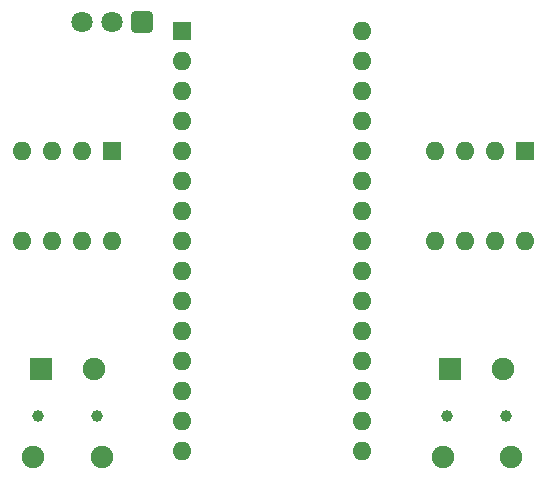
<source format=gts>
%TF.GenerationSoftware,KiCad,Pcbnew,7.0.6*%
%TF.CreationDate,2024-01-21T00:28:06+01:00*%
%TF.ProjectId,ir_remote_control,69725f72-656d-46f7-9465-5f636f6e7472,rev?*%
%TF.SameCoordinates,PX3938700PY55d4a80*%
%TF.FileFunction,Soldermask,Top*%
%TF.FilePolarity,Negative*%
%FSLAX46Y46*%
G04 Gerber Fmt 4.6, Leading zero omitted, Abs format (unit mm)*
G04 Created by KiCad (PCBNEW 7.0.6) date 2024-01-21 00:28:06*
%MOMM*%
%LPD*%
G01*
G04 APERTURE LIST*
G04 Aperture macros list*
%AMRoundRect*
0 Rectangle with rounded corners*
0 $1 Rounding radius*
0 $2 $3 $4 $5 $6 $7 $8 $9 X,Y pos of 4 corners*
0 Add a 4 corners polygon primitive as box body*
4,1,4,$2,$3,$4,$5,$6,$7,$8,$9,$2,$3,0*
0 Add four circle primitives for the rounded corners*
1,1,$1+$1,$2,$3*
1,1,$1+$1,$4,$5*
1,1,$1+$1,$6,$7*
1,1,$1+$1,$8,$9*
0 Add four rect primitives between the rounded corners*
20,1,$1+$1,$2,$3,$4,$5,0*
20,1,$1+$1,$4,$5,$6,$7,0*
20,1,$1+$1,$6,$7,$8,$9,0*
20,1,$1+$1,$8,$9,$2,$3,0*%
G04 Aperture macros list end*
%ADD10C,1.000000*%
%ADD11R,1.900000X1.900000*%
%ADD12C,1.900000*%
%ADD13R,1.600000X1.600000*%
%ADD14O,1.600000X1.600000*%
%ADD15RoundRect,0.248400X0.651600X0.651600X-0.651600X0.651600X-0.651600X-0.651600X0.651600X-0.651600X0*%
%ADD16C,1.800000*%
G04 APERTURE END LIST*
D10*
%TO.C,J1*%
X38200000Y7410000D03*
X43200000Y7410000D03*
D11*
X38450000Y11410000D03*
D12*
X42950000Y11410000D03*
X37800000Y3910000D03*
X43600000Y3910000D03*
%TD*%
D13*
%TO.C,A1*%
X15770000Y40017500D03*
D14*
X15770000Y37477500D03*
X15770000Y34937500D03*
X15770000Y32397500D03*
X15770000Y29857500D03*
X15770000Y27317500D03*
X15770000Y24777500D03*
X15770000Y22237500D03*
X15770000Y19697500D03*
X15770000Y17157500D03*
X15770000Y14617500D03*
X15770000Y12077500D03*
X15770000Y9537500D03*
X15770000Y6997500D03*
X15770000Y4457500D03*
X31010000Y4457500D03*
X31010000Y6997500D03*
X31010000Y9537500D03*
X31010000Y12077500D03*
X31010000Y14617500D03*
X31010000Y17157500D03*
X31010000Y19697500D03*
X31010000Y22237500D03*
X31010000Y24777500D03*
X31010000Y27317500D03*
X31010000Y29857500D03*
X31010000Y32397500D03*
X31010000Y34937500D03*
X31010000Y37477500D03*
X31010000Y40017500D03*
%TD*%
D10*
%TO.C,J2*%
X3540000Y7410000D03*
X8540000Y7410000D03*
D11*
X3790000Y11410000D03*
D12*
X8290000Y11410000D03*
X3140000Y3910000D03*
X8940000Y3910000D03*
%TD*%
D13*
%TO.C,U1*%
X9850000Y29847500D03*
D14*
X7310000Y29847500D03*
X4770000Y29847500D03*
X2230000Y29847500D03*
X2230000Y22227500D03*
X4770000Y22227500D03*
X7310000Y22227500D03*
X9850000Y22227500D03*
%TD*%
D13*
%TO.C,U2*%
X44785000Y29857500D03*
D14*
X42245000Y29857500D03*
X39705000Y29857500D03*
X37165000Y29857500D03*
X37165000Y22237500D03*
X39705000Y22237500D03*
X42245000Y22237500D03*
X44785000Y22237500D03*
%TD*%
D15*
%TO.C,U3*%
X12390000Y40767000D03*
D16*
X9850000Y40767000D03*
X7310000Y40767000D03*
%TD*%
M02*

</source>
